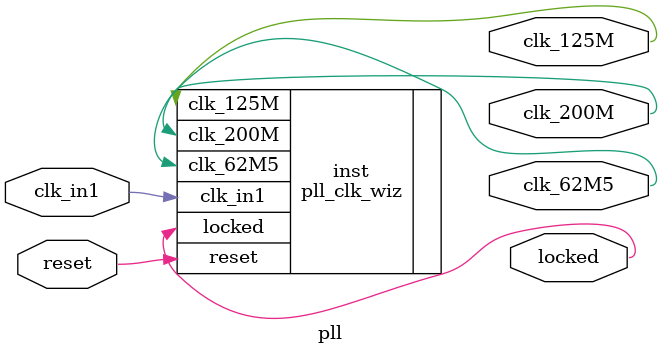
<source format=v>


`timescale 1ps/1ps

(* CORE_GENERATION_INFO = "pll,clk_wiz_v6_0_2_0_0,{component_name=pll,use_phase_alignment=true,use_min_o_jitter=false,use_max_i_jitter=false,use_dyn_phase_shift=false,use_inclk_switchover=false,use_dyn_reconfig=false,enable_axi=0,feedback_source=FDBK_AUTO,PRIMITIVE=MMCM,num_out_clk=3,clkin1_period=20.000,clkin2_period=10.0,use_power_down=false,use_reset=true,use_locked=true,use_inclk_stopped=false,feedback_type=SINGLE,CLOCK_MGR_TYPE=NA,manual_override=false}" *)

module pll 
 (
  // Clock out ports
  output        clk_62M5,
  output        clk_125M,
  output        clk_200M,
  // Status and control signals
  input         reset,
  output        locked,
 // Clock in ports
  input         clk_in1
 );

  pll_clk_wiz inst
  (
  // Clock out ports  
  .clk_62M5(clk_62M5),
  .clk_125M(clk_125M),
  .clk_200M(clk_200M),
  // Status and control signals               
  .reset(reset), 
  .locked(locked),
 // Clock in ports
  .clk_in1(clk_in1)
  );

endmodule

</source>
